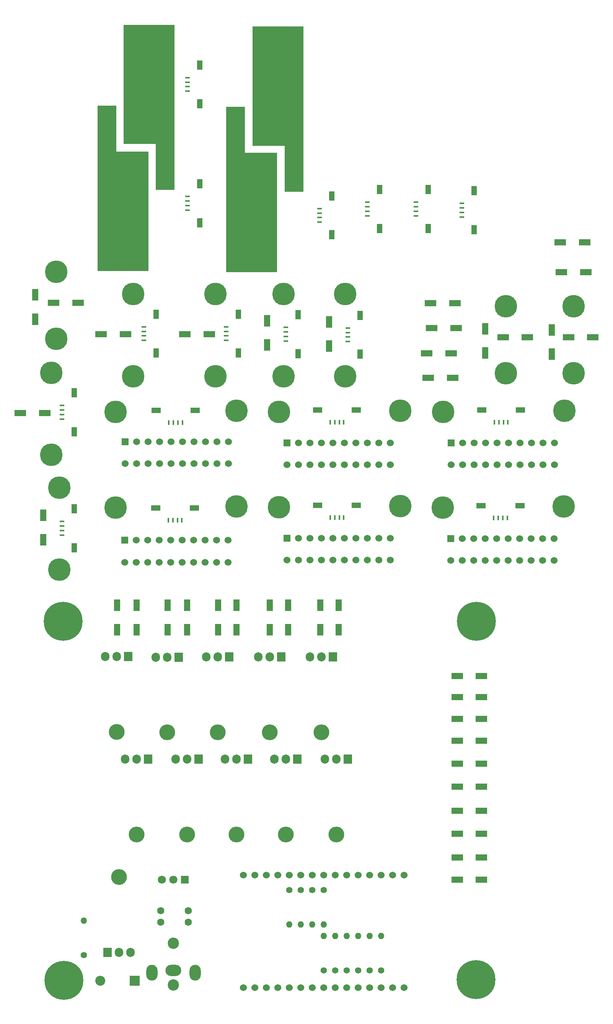
<source format=gbr>
%TF.GenerationSoftware,KiCad,Pcbnew,5.1.7-a382d34a8~88~ubuntu20.04.1*%
%TF.CreationDate,2021-03-09T09:01:26+01:00*%
%TF.ProjectId,narcise,6e617263-6973-4652-9e6b-696361645f70,rev?*%
%TF.SameCoordinates,Original*%
%TF.FileFunction,Soldermask,Top*%
%TF.FilePolarity,Negative*%
%FSLAX46Y46*%
G04 Gerber Fmt 4.6, Leading zero omitted, Abs format (unit mm)*
G04 Created by KiCad (PCBNEW 5.1.7-a382d34a8~88~ubuntu20.04.1) date 2021-03-09 09:01:26*
%MOMM*%
%LPD*%
G01*
G04 APERTURE LIST*
%ADD10C,0.100000*%
%ADD11C,0.800000*%
%ADD12C,5.000000*%
%ADD13C,8.600000*%
%ADD14C,0.900000*%
%ADD15R,2.500000X1.400000*%
%ADD16R,1.400000X2.500000*%
%ADD17R,1.000000X0.400000*%
%ADD18R,1.300000X2.000000*%
%ADD19O,1.400000X1.400000*%
%ADD20C,1.400000*%
%ADD21O,1.905000X2.000000*%
%ADD22R,1.905000X2.000000*%
%ADD23O,3.500000X3.500000*%
%ADD24R,0.400000X1.000000*%
%ADD25R,2.000000X1.300000*%
%ADD26O,3.500000X2.500000*%
%ADD27O,2.500000X3.500000*%
%ADD28C,2.500000*%
%ADD29C,1.524000*%
%ADD30R,1.800000X1.800000*%
%ADD31C,1.800000*%
%ADD32C,1.600000*%
%ADD33R,1.524000X1.524000*%
%ADD34O,2.200000X2.200000*%
%ADD35R,2.200000X2.200000*%
G04 APERTURE END LIST*
D10*
G36*
X64135000Y-206502000D02*
G01*
X60071000Y-206502000D01*
X60071000Y-196342000D01*
X52959000Y-196342000D01*
X52959000Y-170053000D01*
X64135000Y-170053000D01*
X64135000Y-206502000D01*
G37*
X64135000Y-206502000D02*
X60071000Y-206502000D01*
X60071000Y-196342000D01*
X52959000Y-196342000D01*
X52959000Y-170053000D01*
X64135000Y-170053000D01*
X64135000Y-206502000D01*
G36*
X92710000Y-206883000D02*
G01*
X88646000Y-206883000D01*
X88646000Y-196723000D01*
X81534000Y-196723000D01*
X81534000Y-170434000D01*
X92710000Y-170434000D01*
X92710000Y-206883000D01*
G37*
X92710000Y-206883000D02*
X88646000Y-206883000D01*
X88646000Y-196723000D01*
X81534000Y-196723000D01*
X81534000Y-170434000D01*
X92710000Y-170434000D01*
X92710000Y-206883000D01*
G36*
X79756000Y-198374000D02*
G01*
X86868000Y-198374000D01*
X86868000Y-224663000D01*
X75692000Y-224663000D01*
X75692000Y-188214000D01*
X79756000Y-188214000D01*
X79756000Y-198374000D01*
G37*
X79756000Y-198374000D02*
X86868000Y-198374000D01*
X86868000Y-224663000D01*
X75692000Y-224663000D01*
X75692000Y-188214000D01*
X79756000Y-188214000D01*
X79756000Y-198374000D01*
G36*
X51308000Y-198120000D02*
G01*
X58420000Y-198120000D01*
X58420000Y-224409000D01*
X47244000Y-224409000D01*
X47244000Y-187960000D01*
X51308000Y-187960000D01*
X51308000Y-198120000D01*
G37*
X51308000Y-198120000D02*
X58420000Y-198120000D01*
X58420000Y-224409000D01*
X47244000Y-224409000D01*
X47244000Y-187960000D01*
X51308000Y-187960000D01*
X51308000Y-198120000D01*
D11*
%TO.C,REF\u002A\u002A*%
X153852825Y-245816175D03*
X152527000Y-245267000D03*
X151201175Y-245816175D03*
X150652000Y-247142000D03*
X151201175Y-248467825D03*
X152527000Y-249017000D03*
X153852825Y-248467825D03*
X154402000Y-247142000D03*
D12*
X152527000Y-247142000D03*
%TD*%
%TO.C,REF\u002A\u002A*%
X152527000Y-232283000D03*
D11*
X154402000Y-232283000D03*
X153852825Y-233608825D03*
X152527000Y-234158000D03*
X151201175Y-233608825D03*
X150652000Y-232283000D03*
X151201175Y-230957175D03*
X152527000Y-230408000D03*
X153852825Y-230957175D03*
%TD*%
D12*
%TO.C,REF\u002A\u002A*%
X38100000Y-239522000D03*
D11*
X39975000Y-239522000D03*
X39425825Y-240847825D03*
X38100000Y-241397000D03*
X36774175Y-240847825D03*
X36225000Y-239522000D03*
X36774175Y-238196175D03*
X38100000Y-237647000D03*
X39425825Y-238196175D03*
%TD*%
%TO.C,REF\u002A\u002A*%
X39425825Y-223337175D03*
X38100000Y-222788000D03*
X36774175Y-223337175D03*
X36225000Y-224663000D03*
X36774175Y-225988825D03*
X38100000Y-226538000D03*
X39425825Y-225988825D03*
X39975000Y-224663000D03*
D12*
X38100000Y-224663000D03*
%TD*%
D11*
%TO.C,REF\u002A\u002A*%
X138866825Y-245816175D03*
X137541000Y-245267000D03*
X136215175Y-245816175D03*
X135666000Y-247142000D03*
X136215175Y-248467825D03*
X137541000Y-249017000D03*
X138866825Y-248467825D03*
X139416000Y-247142000D03*
D12*
X137541000Y-247142000D03*
%TD*%
%TO.C,REF\u002A\u002A*%
X137541000Y-232283000D03*
D11*
X139416000Y-232283000D03*
X138866825Y-233608825D03*
X137541000Y-234158000D03*
X136215175Y-233608825D03*
X135666000Y-232283000D03*
X136215175Y-230957175D03*
X137541000Y-230408000D03*
X138866825Y-230957175D03*
%TD*%
%TO.C,REF\u002A\u002A*%
X74604825Y-246451175D03*
X73279000Y-245902000D03*
X71953175Y-246451175D03*
X71404000Y-247777000D03*
X71953175Y-249102825D03*
X73279000Y-249652000D03*
X74604825Y-249102825D03*
X75154000Y-247777000D03*
D12*
X73279000Y-247777000D03*
%TD*%
%TO.C,REF\u002A\u002A*%
X73279000Y-229616000D03*
D11*
X75154000Y-229616000D03*
X74604825Y-230941825D03*
X73279000Y-231491000D03*
X71953175Y-230941825D03*
X71404000Y-229616000D03*
X71953175Y-228290175D03*
X73279000Y-227741000D03*
X74604825Y-228290175D03*
%TD*%
D12*
%TO.C,REF\u002A\u002A*%
X55118000Y-247777000D03*
D11*
X56993000Y-247777000D03*
X56443825Y-249102825D03*
X55118000Y-249652000D03*
X53792175Y-249102825D03*
X53243000Y-247777000D03*
X53792175Y-246451175D03*
X55118000Y-245902000D03*
X56443825Y-246451175D03*
%TD*%
%TO.C,REF\u002A\u002A*%
X56443825Y-228290175D03*
X55118000Y-227741000D03*
X53792175Y-228290175D03*
X53243000Y-229616000D03*
X53792175Y-230941825D03*
X55118000Y-231491000D03*
X56443825Y-230941825D03*
X56993000Y-229616000D03*
D12*
X55118000Y-229616000D03*
%TD*%
%TO.C,REF\u002A\u002A*%
X36957000Y-247015000D03*
D11*
X38832000Y-247015000D03*
X38282825Y-248340825D03*
X36957000Y-248890000D03*
X35631175Y-248340825D03*
X35082000Y-247015000D03*
X35631175Y-245689175D03*
X36957000Y-245140000D03*
X38282825Y-245689175D03*
%TD*%
%TO.C,REF\u002A\u002A*%
X38282825Y-263850175D03*
X36957000Y-263301000D03*
X35631175Y-263850175D03*
X35082000Y-265176000D03*
X35631175Y-266501825D03*
X36957000Y-267051000D03*
X38282825Y-266501825D03*
X38832000Y-265176000D03*
D12*
X36957000Y-265176000D03*
%TD*%
D11*
%TO.C,REF\u002A\u002A*%
X103306825Y-228290175D03*
X101981000Y-227741000D03*
X100655175Y-228290175D03*
X100106000Y-229616000D03*
X100655175Y-230941825D03*
X101981000Y-231491000D03*
X103306825Y-230941825D03*
X103856000Y-229616000D03*
D12*
X101981000Y-229616000D03*
%TD*%
%TO.C,REF\u002A\u002A*%
X101981000Y-247777000D03*
D11*
X103856000Y-247777000D03*
X103306825Y-249102825D03*
X101981000Y-249652000D03*
X100655175Y-249102825D03*
X100106000Y-247777000D03*
X100655175Y-246451175D03*
X101981000Y-245902000D03*
X103306825Y-246451175D03*
%TD*%
D12*
%TO.C,REF\u002A\u002A*%
X88392000Y-229616000D03*
D11*
X90267000Y-229616000D03*
X89717825Y-230941825D03*
X88392000Y-231491000D03*
X87066175Y-230941825D03*
X86517000Y-229616000D03*
X87066175Y-228290175D03*
X88392000Y-227741000D03*
X89717825Y-228290175D03*
%TD*%
%TO.C,REF\u002A\u002A*%
X89717825Y-246451175D03*
X88392000Y-245902000D03*
X87066175Y-246451175D03*
X86517000Y-247777000D03*
X87066175Y-249102825D03*
X88392000Y-249652000D03*
X89717825Y-249102825D03*
X90267000Y-247777000D03*
D12*
X88392000Y-247777000D03*
%TD*%
%TO.C,REF\u002A\u002A*%
X38735000Y-290576000D03*
D11*
X40610000Y-290576000D03*
X40060825Y-291901825D03*
X38735000Y-292451000D03*
X37409175Y-291901825D03*
X36860000Y-290576000D03*
X37409175Y-289250175D03*
X38735000Y-288701000D03*
X40060825Y-289250175D03*
%TD*%
%TO.C,REF\u002A\u002A*%
X40060825Y-271089175D03*
X38735000Y-270540000D03*
X37409175Y-271089175D03*
X36860000Y-272415000D03*
X37409175Y-273740825D03*
X38735000Y-274290000D03*
X40060825Y-273740825D03*
X40610000Y-272415000D03*
D12*
X38735000Y-272415000D03*
%TD*%
%TO.C,REF\u002A\u002A*%
X150368000Y-276606000D03*
D11*
X152243000Y-276606000D03*
X151693825Y-277931825D03*
X150368000Y-278481000D03*
X149042175Y-277931825D03*
X148493000Y-276606000D03*
X149042175Y-275280175D03*
X150368000Y-274731000D03*
X151693825Y-275280175D03*
%TD*%
%TO.C,REF\u002A\u002A*%
X124896825Y-275534175D03*
X123571000Y-274985000D03*
X122245175Y-275534175D03*
X121696000Y-276860000D03*
X122245175Y-278185825D03*
X123571000Y-278735000D03*
X124896825Y-278185825D03*
X125446000Y-276860000D03*
D12*
X123571000Y-276860000D03*
%TD*%
%TO.C,REF\u002A\u002A*%
X123698000Y-255651000D03*
D11*
X125573000Y-255651000D03*
X125023825Y-256976825D03*
X123698000Y-257526000D03*
X122372175Y-256976825D03*
X121823000Y-255651000D03*
X122372175Y-254325175D03*
X123698000Y-253776000D03*
X125023825Y-254325175D03*
%TD*%
%TO.C,REF\u002A\u002A*%
X151820825Y-254071175D03*
X150495000Y-253522000D03*
X149169175Y-254071175D03*
X148620000Y-255397000D03*
X149169175Y-256722825D03*
X150495000Y-257272000D03*
X151820825Y-256722825D03*
X152370000Y-255397000D03*
D12*
X150495000Y-255397000D03*
%TD*%
D11*
%TO.C,REF\u002A\u002A*%
X88701825Y-275407175D03*
X87376000Y-274858000D03*
X86050175Y-275407175D03*
X85501000Y-276733000D03*
X86050175Y-278058825D03*
X87376000Y-278608000D03*
X88701825Y-278058825D03*
X89251000Y-276733000D03*
D12*
X87376000Y-276733000D03*
%TD*%
%TO.C,REF\u002A\u002A*%
X114173000Y-276479000D03*
D11*
X116048000Y-276479000D03*
X115498825Y-277804825D03*
X114173000Y-278354000D03*
X112847175Y-277804825D03*
X112298000Y-276479000D03*
X112847175Y-275153175D03*
X114173000Y-274604000D03*
X115498825Y-275153175D03*
%TD*%
%TO.C,REF\u002A\u002A*%
X115498825Y-254071175D03*
X114173000Y-253522000D03*
X112847175Y-254071175D03*
X112298000Y-255397000D03*
X112847175Y-256722825D03*
X114173000Y-257272000D03*
X115498825Y-256722825D03*
X116048000Y-255397000D03*
D12*
X114173000Y-255397000D03*
%TD*%
%TO.C,REF\u002A\u002A*%
X87376000Y-255651000D03*
D11*
X89251000Y-255651000D03*
X88701825Y-256976825D03*
X87376000Y-257526000D03*
X86050175Y-256976825D03*
X85501000Y-255651000D03*
X86050175Y-254325175D03*
X87376000Y-253776000D03*
X88701825Y-254325175D03*
%TD*%
D12*
%TO.C,REF\u002A\u002A*%
X77978000Y-255397000D03*
D11*
X79853000Y-255397000D03*
X79303825Y-256722825D03*
X77978000Y-257272000D03*
X76652175Y-256722825D03*
X76103000Y-255397000D03*
X76652175Y-254071175D03*
X77978000Y-253522000D03*
X79303825Y-254071175D03*
%TD*%
%TO.C,REF\u002A\u002A*%
X52506825Y-254325175D03*
X51181000Y-253776000D03*
X49855175Y-254325175D03*
X49306000Y-255651000D03*
X49855175Y-256976825D03*
X51181000Y-257526000D03*
X52506825Y-256976825D03*
X53056000Y-255651000D03*
D12*
X51181000Y-255651000D03*
%TD*%
%TO.C,REF\u002A\u002A*%
X51181000Y-276860000D03*
D11*
X53056000Y-276860000D03*
X52506825Y-278185825D03*
X51181000Y-278735000D03*
X49855175Y-278185825D03*
X49306000Y-276860000D03*
X49855175Y-275534175D03*
X51181000Y-274985000D03*
X52506825Y-275534175D03*
%TD*%
%TO.C,REF\u002A\u002A*%
X79303825Y-275280175D03*
X77978000Y-274731000D03*
X76652175Y-275280175D03*
X76103000Y-276606000D03*
X76652175Y-277931825D03*
X77978000Y-278481000D03*
X79303825Y-277931825D03*
X79853000Y-276606000D03*
D12*
X77978000Y-276606000D03*
%TD*%
D13*
%TO.C,REF\u002A\u002A*%
X39624000Y-302006000D03*
D14*
X42849000Y-302006000D03*
X41904419Y-304286419D03*
X39624000Y-305231000D03*
X37343581Y-304286419D03*
X36399000Y-302006000D03*
X37343581Y-299725581D03*
X39624000Y-298781000D03*
X41904419Y-299725581D03*
%TD*%
D13*
%TO.C,REF\u002A\u002A*%
X131064000Y-302006000D03*
D14*
X134289000Y-302006000D03*
X133344419Y-304286419D03*
X131064000Y-305231000D03*
X128783581Y-304286419D03*
X127839000Y-302006000D03*
X128783581Y-299725581D03*
X131064000Y-298781000D03*
X133344419Y-299725581D03*
%TD*%
D13*
%TO.C,REF\u002A\u002A*%
X130937000Y-381254000D03*
D14*
X134162000Y-381254000D03*
X133217419Y-383534419D03*
X130937000Y-384479000D03*
X128656581Y-383534419D03*
X127712000Y-381254000D03*
X128656581Y-378973581D03*
X130937000Y-378029000D03*
X133217419Y-378973581D03*
%TD*%
%TO.C,REF\u002A\u002A*%
X42031419Y-379100581D03*
X39751000Y-378156000D03*
X37470581Y-379100581D03*
X36526000Y-381381000D03*
X37470581Y-383661419D03*
X39751000Y-384606000D03*
X42031419Y-383661419D03*
X42976000Y-381381000D03*
D13*
X39751000Y-381381000D03*
%TD*%
D15*
%TO.C,X19*%
X126788000Y-314071000D03*
X132188000Y-314071000D03*
%TD*%
%TO.C,X38*%
X53425000Y-238506000D03*
X48025000Y-238506000D03*
%TD*%
%TO.C,X37*%
X35518000Y-255905000D03*
X30118000Y-255905000D03*
%TD*%
D16*
%TO.C,X36*%
X98425000Y-235754000D03*
X98425000Y-241154000D03*
%TD*%
D15*
%TO.C,X35*%
X125434000Y-242697000D03*
X120034000Y-242697000D03*
%TD*%
%TO.C,X34*%
X155025000Y-218186000D03*
X149625000Y-218186000D03*
%TD*%
%TO.C,X33*%
X125815000Y-248158000D03*
X120415000Y-248158000D03*
%TD*%
%TO.C,X32*%
X71967000Y-238506000D03*
X66567000Y-238506000D03*
%TD*%
D16*
%TO.C,X31*%
X84709000Y-235500000D03*
X84709000Y-240900000D03*
%TD*%
%TO.C,X30*%
X35179000Y-278553000D03*
X35179000Y-283953000D03*
%TD*%
D15*
%TO.C,X29*%
X126323000Y-231648000D03*
X120923000Y-231648000D03*
%TD*%
%TO.C,X28*%
X155279000Y-224790000D03*
X149879000Y-224790000D03*
%TD*%
%TO.C,X27*%
X126577000Y-237109000D03*
X121177000Y-237109000D03*
%TD*%
D16*
%TO.C,X26*%
X33401000Y-229785000D03*
X33401000Y-235185000D03*
%TD*%
D15*
%TO.C,X25*%
X37507000Y-231521000D03*
X42907000Y-231521000D03*
%TD*%
%TO.C,X24*%
X151426000Y-239141000D03*
X156826000Y-239141000D03*
%TD*%
D16*
%TO.C,X23*%
X147701000Y-237532000D03*
X147701000Y-242932000D03*
%TD*%
%TO.C,X22*%
X132969000Y-237278000D03*
X132969000Y-242678000D03*
%TD*%
D15*
%TO.C,X21*%
X136948000Y-239141000D03*
X142348000Y-239141000D03*
%TD*%
D16*
%TO.C,X20*%
X100584000Y-303869000D03*
X100584000Y-298469000D03*
%TD*%
%TO.C,X18*%
X89408000Y-303869000D03*
X89408000Y-298469000D03*
%TD*%
%TO.C,X17*%
X77978000Y-303869000D03*
X77978000Y-298469000D03*
%TD*%
%TO.C,X16*%
X67056000Y-303869000D03*
X67056000Y-298469000D03*
%TD*%
D15*
%TO.C,X15*%
X126788000Y-318770000D03*
X132188000Y-318770000D03*
%TD*%
%TO.C,X14*%
X126788000Y-323596000D03*
X132188000Y-323596000D03*
%TD*%
%TO.C,X13*%
X126788000Y-328422000D03*
X132188000Y-328422000D03*
%TD*%
D16*
%TO.C,X12*%
X55880000Y-303869000D03*
X55880000Y-298469000D03*
%TD*%
%TO.C,X11*%
X96520000Y-303869000D03*
X96520000Y-298469000D03*
%TD*%
%TO.C,X10*%
X85344000Y-303869000D03*
X85344000Y-298469000D03*
%TD*%
D15*
%TO.C,X9*%
X126788000Y-359156000D03*
X132188000Y-359156000D03*
%TD*%
%TO.C,X8*%
X126788000Y-333502000D03*
X132188000Y-333502000D03*
%TD*%
%TO.C,X7*%
X126788000Y-338582000D03*
X132188000Y-338582000D03*
%TD*%
D16*
%TO.C,X6*%
X51562000Y-303869000D03*
X51562000Y-298469000D03*
%TD*%
%TO.C,X5*%
X73914000Y-303869000D03*
X73914000Y-298469000D03*
%TD*%
%TO.C,X4*%
X62738000Y-303869000D03*
X62738000Y-298469000D03*
%TD*%
D15*
%TO.C,X3*%
X126788000Y-354203000D03*
X132188000Y-354203000D03*
%TD*%
%TO.C,X2*%
X126788000Y-343916000D03*
X132188000Y-343916000D03*
%TD*%
%TO.C,X1*%
X126788000Y-348996000D03*
X132188000Y-348996000D03*
%TD*%
D17*
%TO.C,U14*%
X57510000Y-236879000D03*
X57510000Y-237879000D03*
X57510000Y-238879000D03*
X57510000Y-239879000D03*
D18*
X60210000Y-234079000D03*
X60210000Y-242679000D03*
%TD*%
D17*
%TO.C,U13*%
X39349000Y-254278000D03*
X39349000Y-255278000D03*
X39349000Y-256278000D03*
X39349000Y-257278000D03*
D18*
X42049000Y-251478000D03*
X42049000Y-260078000D03*
%TD*%
D17*
%TO.C,U12*%
X102595000Y-237133000D03*
X102595000Y-238133000D03*
X102595000Y-239133000D03*
X102595000Y-240133000D03*
D18*
X105295000Y-234333000D03*
X105295000Y-242933000D03*
%TD*%
D17*
%TO.C,U9*%
X75671000Y-236879000D03*
X75671000Y-237879000D03*
X75671000Y-238879000D03*
X75671000Y-239879000D03*
D18*
X78371000Y-234079000D03*
X78371000Y-242679000D03*
%TD*%
D17*
%TO.C,U8*%
X88879000Y-237006000D03*
X88879000Y-238006000D03*
X88879000Y-239006000D03*
X88879000Y-240006000D03*
D18*
X91579000Y-234206000D03*
X91579000Y-242806000D03*
%TD*%
D17*
%TO.C,U6*%
X39349000Y-279932000D03*
X39349000Y-280932000D03*
X39349000Y-281932000D03*
X39349000Y-282932000D03*
D18*
X42049000Y-277132000D03*
X42049000Y-285732000D03*
%TD*%
D17*
%TO.C,U5*%
X96372000Y-210717000D03*
X96372000Y-211717000D03*
X96372000Y-212717000D03*
X96372000Y-213717000D03*
D18*
X99072000Y-207917000D03*
X99072000Y-216517000D03*
%TD*%
D17*
%TO.C,U4*%
X106913000Y-209320000D03*
X106913000Y-210320000D03*
X106913000Y-211320000D03*
X106913000Y-212320000D03*
D18*
X109613000Y-206520000D03*
X109613000Y-215120000D03*
%TD*%
D17*
%TO.C,U3*%
X127868000Y-209574000D03*
X127868000Y-210574000D03*
X127868000Y-211574000D03*
X127868000Y-212574000D03*
D18*
X130568000Y-206774000D03*
X130568000Y-215374000D03*
%TD*%
D17*
%TO.C,U2*%
X67162000Y-208050000D03*
X67162000Y-209050000D03*
X67162000Y-210050000D03*
X67162000Y-211050000D03*
D18*
X69862000Y-205250000D03*
X69862000Y-213850000D03*
%TD*%
D19*
%TO.C,R11*%
X97282000Y-369062000D03*
D20*
X97282000Y-361442000D03*
%TD*%
D19*
%TO.C,R10*%
X94742000Y-369062000D03*
D20*
X94742000Y-361442000D03*
%TD*%
D19*
%TO.C,R9*%
X92202000Y-369062000D03*
D20*
X92202000Y-361442000D03*
%TD*%
D19*
%TO.C,R8*%
X89662000Y-369062000D03*
D20*
X89662000Y-361442000D03*
%TD*%
D19*
%TO.C,R7*%
X109982000Y-371602000D03*
D20*
X109982000Y-379222000D03*
%TD*%
D19*
%TO.C,R5*%
X107442000Y-371602000D03*
D20*
X107442000Y-379222000D03*
%TD*%
D19*
%TO.C,R4*%
X104902000Y-371602000D03*
D20*
X104902000Y-379222000D03*
%TD*%
D19*
%TO.C,R3*%
X102362000Y-371602000D03*
D20*
X102362000Y-379222000D03*
%TD*%
D19*
%TO.C,R2*%
X99822000Y-371602000D03*
D20*
X99822000Y-379222000D03*
%TD*%
D21*
%TO.C,Q11*%
X97536000Y-332486000D03*
X100076000Y-332486000D03*
D22*
X102616000Y-332486000D03*
D23*
X100076000Y-349146000D03*
%TD*%
D21*
%TO.C,Q10*%
X86360000Y-332486000D03*
X88900000Y-332486000D03*
D22*
X91440000Y-332486000D03*
D23*
X88900000Y-349146000D03*
%TD*%
D21*
%TO.C,Q9*%
X75438000Y-332486000D03*
X77978000Y-332486000D03*
D22*
X80518000Y-332486000D03*
D23*
X77978000Y-349146000D03*
%TD*%
D21*
%TO.C,Q8*%
X64516000Y-332486000D03*
X67056000Y-332486000D03*
D22*
X69596000Y-332486000D03*
D23*
X67056000Y-349146000D03*
%TD*%
D21*
%TO.C,Q7*%
X53340000Y-332486000D03*
X55880000Y-332486000D03*
D22*
X58420000Y-332486000D03*
D23*
X55880000Y-349146000D03*
%TD*%
D21*
%TO.C,Q5*%
X94234000Y-309880000D03*
X96774000Y-309880000D03*
D22*
X99314000Y-309880000D03*
D23*
X96774000Y-326540000D03*
%TD*%
D21*
%TO.C,Q4*%
X82804000Y-309880000D03*
X85344000Y-309880000D03*
D22*
X87884000Y-309880000D03*
D23*
X85344000Y-326540000D03*
%TD*%
D21*
%TO.C,Q3*%
X71263000Y-309881000D03*
X73803000Y-309881000D03*
D22*
X76343000Y-309881000D03*
D23*
X73803000Y-326541000D03*
%TD*%
D21*
%TO.C,Q2*%
X60124000Y-309939000D03*
X62664000Y-309939000D03*
D22*
X65204000Y-309939000D03*
D23*
X62664000Y-326599000D03*
%TD*%
D24*
%TO.C,U35*%
X98703000Y-279040000D03*
X99703000Y-279040000D03*
X100703000Y-279040000D03*
X101703000Y-279040000D03*
D25*
X95903000Y-276340000D03*
X104503000Y-276340000D03*
%TD*%
D24*
%TO.C,U30*%
X63016000Y-258085000D03*
X64016000Y-258085000D03*
X65016000Y-258085000D03*
X66016000Y-258085000D03*
D25*
X60216000Y-255385000D03*
X68816000Y-255385000D03*
%TD*%
D24*
%TO.C,U29*%
X98703000Y-257958000D03*
X99703000Y-257958000D03*
X100703000Y-257958000D03*
X101703000Y-257958000D03*
D25*
X95903000Y-255258000D03*
X104503000Y-255258000D03*
%TD*%
D24*
%TO.C,U26*%
X135025000Y-257958000D03*
X136025000Y-257958000D03*
X137025000Y-257958000D03*
X138025000Y-257958000D03*
D25*
X132225000Y-255258000D03*
X140825000Y-255258000D03*
%TD*%
D24*
%TO.C,U25*%
X62889000Y-279675000D03*
X63889000Y-279675000D03*
X64889000Y-279675000D03*
X65889000Y-279675000D03*
D25*
X60089000Y-276975000D03*
X68689000Y-276975000D03*
%TD*%
D24*
%TO.C,U24*%
X134898000Y-279167000D03*
X135898000Y-279167000D03*
X136898000Y-279167000D03*
X137898000Y-279167000D03*
D25*
X132098000Y-276467000D03*
X140698000Y-276467000D03*
%TD*%
D26*
%TO.C,U21*%
X64008000Y-379222000D03*
D27*
X59208000Y-379722000D03*
X68808000Y-379722000D03*
D28*
X64008000Y-373222000D03*
X64008000Y-382472000D03*
%TD*%
D29*
%TO.C,U11*%
X79502000Y-358140000D03*
X82042000Y-358140000D03*
X84582000Y-358140000D03*
X87122000Y-358140000D03*
X89662000Y-358140000D03*
X92202000Y-358140000D03*
X94742000Y-358140000D03*
X97282000Y-358140000D03*
X99822000Y-358140000D03*
X102362000Y-358140000D03*
X104902000Y-358140000D03*
X107442000Y-358140000D03*
X109982000Y-358140000D03*
X112522000Y-358140000D03*
X115062000Y-358140000D03*
X115062000Y-383032000D03*
X112522000Y-383032000D03*
X112522000Y-383032000D03*
X109982000Y-383032000D03*
X107442000Y-383032000D03*
X104902000Y-383032000D03*
X102362000Y-383032000D03*
X99822000Y-383032000D03*
X97282000Y-383032000D03*
X94742000Y-383032000D03*
X92202000Y-383032000D03*
X89662000Y-383032000D03*
X87122000Y-383032000D03*
X84582000Y-383032000D03*
X82042000Y-383032000D03*
X79502000Y-383032000D03*
%TD*%
D30*
%TO.C,U10*%
X66548000Y-359156000D03*
D31*
X64008000Y-359156000D03*
X61468000Y-359156000D03*
%TD*%
D17*
%TO.C,U7*%
X67162000Y-181761000D03*
X67162000Y-182761000D03*
X67162000Y-183761000D03*
X67162000Y-184761000D03*
D18*
X69862000Y-178961000D03*
X69862000Y-187561000D03*
%TD*%
D17*
%TO.C,U1*%
X117708000Y-209320000D03*
X117708000Y-210320000D03*
X117708000Y-211320000D03*
X117708000Y-212320000D03*
D18*
X120408000Y-206520000D03*
X120408000Y-215120000D03*
%TD*%
D19*
%TO.C,R6*%
X44196000Y-368173000D03*
D20*
X44196000Y-375793000D03*
%TD*%
D19*
%TO.C,R1*%
X97282000Y-371602000D03*
D20*
X97282000Y-379222000D03*
%TD*%
D21*
%TO.C,Q6*%
X54484000Y-375259000D03*
X51944000Y-375259000D03*
D22*
X49404000Y-375259000D03*
D23*
X51944000Y-358599000D03*
%TD*%
D21*
%TO.C,Q1*%
X48881000Y-309835000D03*
X51421000Y-309835000D03*
D22*
X53961000Y-309835000D03*
D23*
X51421000Y-326495000D03*
%TD*%
D32*
%TO.C,Murata-Ceramic-Capacitor-50v1-22uF2*%
X61214000Y-368514000D03*
X61214000Y-366014000D03*
%TD*%
%TO.C,Murata-Ceramic-Capacitor-50v1-22uF1*%
X67310000Y-366054000D03*
X67310000Y-368554000D03*
%TD*%
D29*
%TO.C,J8*%
X76200000Y-267106400D03*
X76200000Y-262255000D03*
X73660000Y-267106400D03*
X73660000Y-262255000D03*
X71120000Y-267106400D03*
X71120000Y-262255000D03*
X68580000Y-267106400D03*
X68580000Y-262255000D03*
X66040000Y-267106400D03*
X66040000Y-262255000D03*
X63500000Y-267106400D03*
X63500000Y-262255000D03*
X60960000Y-267106400D03*
X60960000Y-262255000D03*
X58420000Y-267106400D03*
X58420000Y-262255000D03*
X55880000Y-267106400D03*
X55880000Y-262255000D03*
X53340000Y-267106400D03*
D33*
X53340000Y-262255000D03*
%TD*%
D29*
%TO.C,J7*%
X112014000Y-267360400D03*
X112014000Y-262509000D03*
X109474000Y-267360400D03*
X109474000Y-262509000D03*
X106934000Y-267360400D03*
X106934000Y-262509000D03*
X104394000Y-267360400D03*
X104394000Y-262509000D03*
X101854000Y-267360400D03*
X101854000Y-262509000D03*
X99314000Y-267360400D03*
X99314000Y-262509000D03*
X96774000Y-267360400D03*
X96774000Y-262509000D03*
X94234000Y-267360400D03*
X94234000Y-262509000D03*
X91694000Y-267360400D03*
X91694000Y-262509000D03*
X89154000Y-267360400D03*
D33*
X89154000Y-262509000D03*
%TD*%
D29*
%TO.C,J6*%
X112014000Y-288442400D03*
X112014000Y-283591000D03*
X109474000Y-288442400D03*
X109474000Y-283591000D03*
X106934000Y-288442400D03*
X106934000Y-283591000D03*
X104394000Y-288442400D03*
X104394000Y-283591000D03*
X101854000Y-288442400D03*
X101854000Y-283591000D03*
X99314000Y-288442400D03*
X99314000Y-283591000D03*
X96774000Y-288442400D03*
X96774000Y-283591000D03*
X94234000Y-288442400D03*
X94234000Y-283591000D03*
X91694000Y-288442400D03*
X91694000Y-283591000D03*
X89154000Y-288442400D03*
D33*
X89154000Y-283591000D03*
%TD*%
D29*
%TO.C,J3*%
X148336000Y-267360400D03*
X148336000Y-262509000D03*
X145796000Y-267360400D03*
X145796000Y-262509000D03*
X143256000Y-267360400D03*
X143256000Y-262509000D03*
X140716000Y-267360400D03*
X140716000Y-262509000D03*
X138176000Y-267360400D03*
X138176000Y-262509000D03*
X135636000Y-267360400D03*
X135636000Y-262509000D03*
X133096000Y-267360400D03*
X133096000Y-262509000D03*
X130556000Y-267360400D03*
X130556000Y-262509000D03*
X128016000Y-267360400D03*
X128016000Y-262509000D03*
X125476000Y-267360400D03*
D33*
X125476000Y-262509000D03*
%TD*%
D29*
%TO.C,J2*%
X148209000Y-288569400D03*
X148209000Y-283718000D03*
X145669000Y-288569400D03*
X145669000Y-283718000D03*
X143129000Y-288569400D03*
X143129000Y-283718000D03*
X140589000Y-288569400D03*
X140589000Y-283718000D03*
X138049000Y-288569400D03*
X138049000Y-283718000D03*
X135509000Y-288569400D03*
X135509000Y-283718000D03*
X132969000Y-288569400D03*
X132969000Y-283718000D03*
X130429000Y-288569400D03*
X130429000Y-283718000D03*
X127889000Y-288569400D03*
X127889000Y-283718000D03*
X125349000Y-288569400D03*
D33*
X125349000Y-283718000D03*
%TD*%
D29*
%TO.C,J1*%
X76073000Y-288925000D03*
X76073000Y-284073600D03*
X73533000Y-288925000D03*
X73533000Y-284073600D03*
X70993000Y-288925000D03*
X70993000Y-284073600D03*
X68453000Y-288925000D03*
X68453000Y-284073600D03*
X65913000Y-288925000D03*
X65913000Y-284073600D03*
X63373000Y-288925000D03*
X63373000Y-284073600D03*
X60833000Y-288925000D03*
X60833000Y-284073600D03*
X58293000Y-288925000D03*
X58293000Y-284073600D03*
X55753000Y-288925000D03*
X55753000Y-284073600D03*
X53213000Y-288925000D03*
D33*
X53213000Y-284073600D03*
%TD*%
D34*
%TO.C,D1*%
X47784000Y-381508000D03*
D35*
X55404000Y-381508000D03*
%TD*%
M02*

</source>
